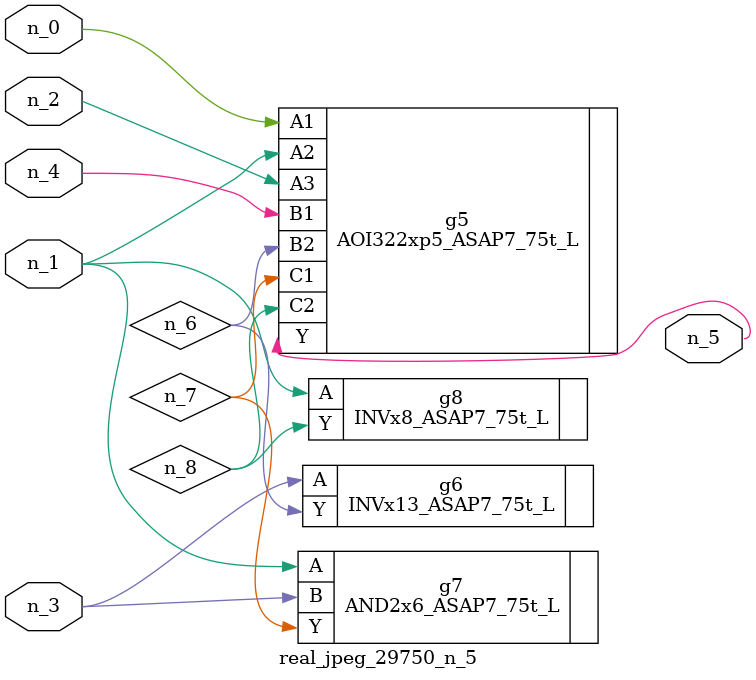
<source format=v>
module real_jpeg_29750_n_5 (n_4, n_0, n_1, n_2, n_3, n_5);

input n_4;
input n_0;
input n_1;
input n_2;
input n_3;

output n_5;

wire n_8;
wire n_6;
wire n_7;

AOI322xp5_ASAP7_75t_L g5 ( 
.A1(n_0),
.A2(n_1),
.A3(n_2),
.B1(n_4),
.B2(n_6),
.C1(n_7),
.C2(n_8),
.Y(n_5)
);

AND2x6_ASAP7_75t_L g7 ( 
.A(n_1),
.B(n_3),
.Y(n_7)
);

INVx8_ASAP7_75t_L g8 ( 
.A(n_1),
.Y(n_8)
);

INVx13_ASAP7_75t_L g6 ( 
.A(n_3),
.Y(n_6)
);


endmodule
</source>
